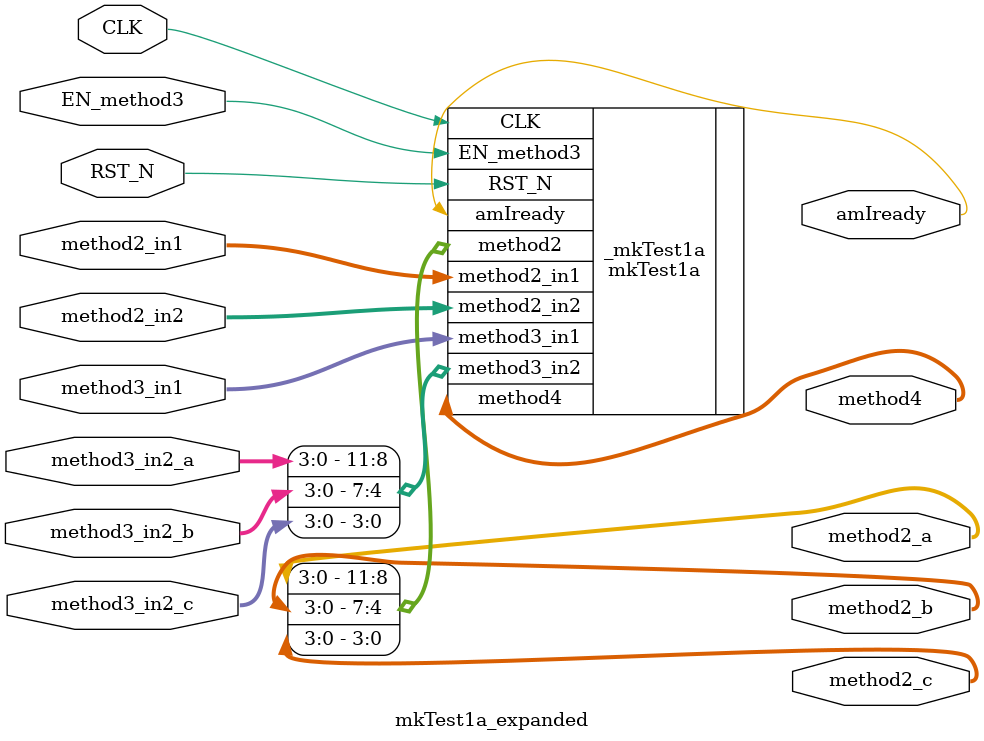
<source format=v>
module mkTest1a_expanded (
    CLK,
    RST_N,
    amIready,
    method2_a,
    method2_b,
    method2_c,
    method2_in1,
    method2_in2,
    EN_method3,
    method3_in1,
    method3_in2_a,
    method3_in2_b,
    method3_in2_c,
    method4 );

  input CLK;
  input RST_N;

  // ====================
  // Method = method2
  //   ready  => amIready               1   Bit#(1)
  //   result => method2               12   Test1a::TS
  //   input  => method2_in1           32   Int#(32)
  //   input  => method2_in2           32   Int#(32)
  output  amIready;
  output  [ 3 : 0 ] method2_a;  // method2[11:8]
  output  [ 3 : 0 ] method2_b;  // method2[7:4]
  output  [ 3 : 0 ] method2_c;  // method2[3:0]
  input  [ 31 : 0 ] method2_in1;
  input  [ 31 : 0 ] method2_in2;

  // ====================
  // Method = method3
  //   enable => EN_method3             1   Bit#(1)
  //   input  => method3_in1           32   Int#(32)
  //   input  => method3_in2           12   Test1a::TS
  input  EN_method3;
  input  [ 31 : 0 ] method3_in1;
  input  [ 3 : 0 ] method3_in2_a;
  input  [ 3 : 0 ] method3_in2_b;
  input  [ 3 : 0 ] method3_in2_c;

  // ====================
  // Method = method4
  //   result => method4               32   Int#(32)
  output  [ 31 : 0 ] method4;


  wire   amIready;
  wire   [ 3 : 0 ] method2_a;  // method2[11:8]
  wire   [ 3 : 0 ] method2_b;  // method2[7:4]
  wire   [ 3 : 0 ] method2_c;  // method2[3:0]
  wire   [ 31 : 0 ] method4;

  mkTest1a _mkTest1a ( 
   .CLK( CLK ),
   .RST_N( RST_N ),
   .amIready( amIready ),
   .method2( { method2_a,method2_b,method2_c } ),
   .method2_in1( method2_in1 ),
   .method2_in2( method2_in2 ),
   .EN_method3( EN_method3 ),
   .method3_in1( method3_in1 ),
   .method3_in2( { method3_in2_a,method3_in2_b,method3_in2_c } ),
   .method4( method4 )
  );

endmodule


</source>
